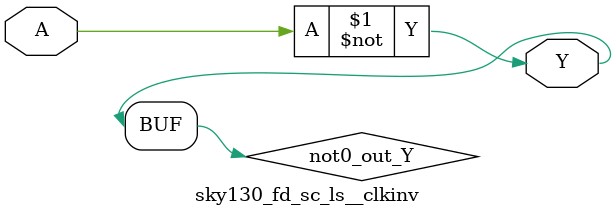
<source format=v>
/*
 * Copyright 2020 The SkyWater PDK Authors
 *
 * Licensed under the Apache License, Version 2.0 (the "License");
 * you may not use this file except in compliance with the License.
 * You may obtain a copy of the License at
 *
 *     https://www.apache.org/licenses/LICENSE-2.0
 *
 * Unless required by applicable law or agreed to in writing, software
 * distributed under the License is distributed on an "AS IS" BASIS,
 * WITHOUT WARRANTIES OR CONDITIONS OF ANY KIND, either express or implied.
 * See the License for the specific language governing permissions and
 * limitations under the License.
 *
 * SPDX-License-Identifier: Apache-2.0
*/


`ifndef SKY130_FD_SC_LS__CLKINV_FUNCTIONAL_V
`define SKY130_FD_SC_LS__CLKINV_FUNCTIONAL_V

/**
 * clkinv: Clock tree inverter.
 *
 * Verilog simulation functional model.
 */

`timescale 1ns / 1ps
`default_nettype none

`celldefine
module sky130_fd_sc_ls__clkinv (
    Y,
    A
);

    // Module ports
    output Y;
    input  A;

    // Local signals
    wire not0_out_Y;

    //  Name  Output      Other arguments
    not not0 (not0_out_Y, A              );
    buf buf0 (Y         , not0_out_Y     );

endmodule
`endcelldefine

`default_nettype wire
`endif  // SKY130_FD_SC_LS__CLKINV_FUNCTIONAL_V
</source>
